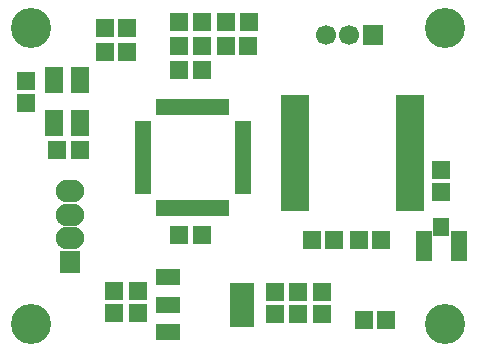
<source format=gbr>
G04 #@! TF.FileFunction,Soldermask,Top*
%FSLAX46Y46*%
G04 Gerber Fmt 4.6, Leading zero omitted, Abs format (unit mm)*
G04 Created by KiCad (PCBNEW 4.0.3-stable) date 12/05/16 18:01:04*
%MOMM*%
%LPD*%
G01*
G04 APERTURE LIST*
%ADD10C,0.100000*%
%ADD11R,1.540000X1.600000*%
%ADD12R,1.600000X1.540000*%
%ADD13R,1.700000X1.900000*%
%ADD14O,2.400000X1.900000*%
%ADD15R,2.100000X1.400000*%
%ADD16R,2.100000X3.700000*%
%ADD17R,2.400000X1.100000*%
%ADD18R,2.400000X1.200000*%
%ADD19R,1.400000X0.650000*%
%ADD20R,0.650000X1.400000*%
%ADD21R,1.600000X2.300000*%
%ADD22C,3.400000*%
%ADD23R,1.700000X1.700000*%
%ADD24C,1.700000*%
%ADD25R,1.400000X1.500000*%
%ADD26R,1.450000X2.600000*%
G04 APERTURE END LIST*
D10*
D11*
X145000000Y-67000000D03*
X146900000Y-67000000D03*
D12*
X132000000Y-73850000D03*
X132000000Y-71950000D03*
X141500000Y-91650000D03*
X141500000Y-89750000D03*
X139500000Y-91650000D03*
X139500000Y-89750000D03*
X153100000Y-91700000D03*
X153100000Y-89800000D03*
X155100000Y-91700000D03*
X155100000Y-89800000D03*
D11*
X134700000Y-77800000D03*
X136600000Y-77800000D03*
X138700000Y-69500000D03*
X140600000Y-69500000D03*
X162550000Y-92200000D03*
X160650000Y-92200000D03*
X162100000Y-85400000D03*
X160200000Y-85400000D03*
D12*
X167200000Y-79500000D03*
X167200000Y-81400000D03*
D13*
X135800000Y-87300000D03*
D14*
X135800000Y-85300000D03*
X135800000Y-83300000D03*
X135800000Y-81300000D03*
D12*
X157100000Y-89800000D03*
X157100000Y-91700000D03*
D11*
X145000000Y-71000000D03*
X146900000Y-71000000D03*
X156250000Y-85400000D03*
X158150000Y-85400000D03*
X140600000Y-67500000D03*
X138700000Y-67500000D03*
X146900000Y-85000000D03*
X145000000Y-85000000D03*
X150900000Y-67000000D03*
X149000000Y-67000000D03*
X150850000Y-69000000D03*
X148950000Y-69000000D03*
D15*
X144100000Y-88600000D03*
X144100000Y-90900000D03*
X144100000Y-93200000D03*
D16*
X150300000Y-90900000D03*
D17*
X154850000Y-73700000D03*
D18*
X154850000Y-74800000D03*
X154850000Y-75900000D03*
X154850000Y-77000000D03*
X154850000Y-78100000D03*
X154850000Y-79200000D03*
X154850000Y-80300000D03*
X154850000Y-81400000D03*
D17*
X154850000Y-82500000D03*
X164550000Y-82500000D03*
D18*
X164550000Y-81400000D03*
X164550000Y-80300000D03*
X164550000Y-79200000D03*
X164550000Y-78100000D03*
X164550000Y-77000000D03*
X164550000Y-75900000D03*
X164550000Y-74800000D03*
D17*
X164550000Y-73700000D03*
D19*
X141900000Y-75700000D03*
X141900000Y-76200000D03*
X141900000Y-76700000D03*
X141900000Y-77200000D03*
X141900000Y-77700000D03*
X141900000Y-78200000D03*
X141900000Y-78700000D03*
X141900000Y-79200000D03*
X141900000Y-79700000D03*
X141900000Y-80200000D03*
X141900000Y-80700000D03*
X141900000Y-81200000D03*
D20*
X143400000Y-82700000D03*
X143900000Y-82700000D03*
X144400000Y-82700000D03*
X144900000Y-82700000D03*
X145400000Y-82700000D03*
X145900000Y-82700000D03*
X146400000Y-82700000D03*
X146900000Y-82700000D03*
X147400000Y-82700000D03*
X147900000Y-82700000D03*
X148400000Y-82700000D03*
X148900000Y-82700000D03*
D19*
X150400000Y-81200000D03*
X150400000Y-80700000D03*
X150400000Y-80200000D03*
X150400000Y-79700000D03*
X150400000Y-79200000D03*
X150400000Y-78700000D03*
X150400000Y-78200000D03*
X150400000Y-77700000D03*
X150400000Y-77200000D03*
X150400000Y-76700000D03*
X150400000Y-76200000D03*
X150400000Y-75700000D03*
D20*
X148900000Y-74200000D03*
X148400000Y-74200000D03*
X147900000Y-74200000D03*
X147400000Y-74200000D03*
X146900000Y-74200000D03*
X146400000Y-74200000D03*
X145900000Y-74200000D03*
X145400000Y-74200000D03*
X144900000Y-74200000D03*
X144400000Y-74200000D03*
X143900000Y-74200000D03*
X143400000Y-74200000D03*
D21*
X134400000Y-71850000D03*
X134400000Y-75550000D03*
X136600000Y-75550000D03*
X136600000Y-71850000D03*
D22*
X132500000Y-67500000D03*
X167500000Y-67500000D03*
X167500000Y-92500000D03*
X132500000Y-92500000D03*
D11*
X145000000Y-69000000D03*
X146900000Y-69000000D03*
D23*
X161400000Y-68100000D03*
D24*
X159400000Y-68100000D03*
X157400000Y-68100000D03*
D25*
X167200000Y-84350000D03*
D26*
X168700000Y-85900000D03*
X165700000Y-85900000D03*
M02*

</source>
